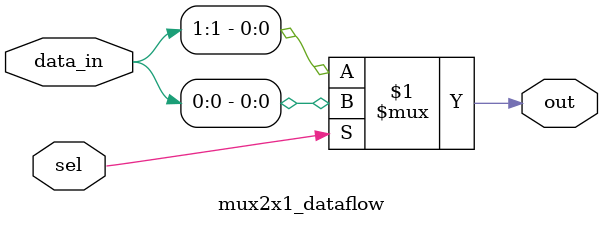
<source format=v>
module mux2x1_dataflow(out,data_in,sel) ;
input [1:0] data_in;
input sel;
output out;

assign out = (sel) ? data_in[0] : data_in[1];

endmodule

</source>
